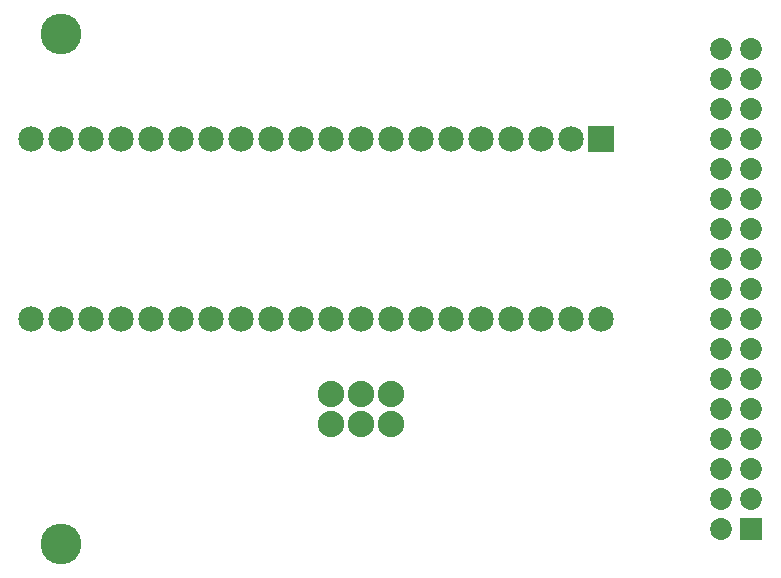
<source format=gts>
G04 MADE WITH FRITZING*
G04 WWW.FRITZING.ORG*
G04 DOUBLE SIDED*
G04 HOLES PLATED*
G04 CONTOUR ON CENTER OF CONTOUR VECTOR*
%ASAXBY*%
%FSLAX23Y23*%
%MOIN*%
%OFA0B0*%
%SFA1.0B1.0*%
%ADD10C,0.085000*%
%ADD11C,0.135984*%
%ADD12C,0.088000*%
%ADD13C,0.072992*%
%ADD14R,0.085000X0.085000*%
%ADD15R,0.072992X0.072992*%
%LNMASK1*%
G90*
G70*
G54D10*
X1998Y1552D03*
X1998Y952D03*
X1898Y1552D03*
X1898Y952D03*
X1798Y1552D03*
X1798Y952D03*
X1698Y1552D03*
X1698Y952D03*
X1598Y1552D03*
X1598Y952D03*
X1498Y1552D03*
X1498Y952D03*
X1398Y1552D03*
X1398Y952D03*
X1298Y1552D03*
X1298Y952D03*
X1198Y1552D03*
X1198Y952D03*
X1098Y1552D03*
X1098Y952D03*
X998Y1552D03*
X998Y952D03*
X898Y1552D03*
X898Y952D03*
X798Y1552D03*
X798Y952D03*
X698Y1552D03*
X698Y952D03*
X598Y1552D03*
X598Y952D03*
X498Y1552D03*
X498Y952D03*
X398Y1552D03*
X398Y952D03*
X298Y1552D03*
X298Y952D03*
X198Y1552D03*
X198Y952D03*
X98Y1552D03*
X98Y952D03*
G54D11*
X198Y1902D03*
X198Y202D03*
G54D12*
X1298Y601D03*
X1198Y601D03*
X1098Y601D03*
G54D13*
X2398Y252D03*
X2398Y352D03*
X2398Y452D03*
X2398Y552D03*
X2398Y652D03*
X2398Y752D03*
X2398Y852D03*
X2398Y952D03*
X2398Y1052D03*
X2398Y1152D03*
X2398Y1252D03*
X2398Y1352D03*
X2398Y1452D03*
X2398Y1552D03*
X2398Y1652D03*
X2398Y1752D03*
X2398Y1852D03*
X2498Y252D03*
X2498Y352D03*
X2498Y452D03*
X2498Y552D03*
X2498Y652D03*
X2498Y752D03*
X2498Y852D03*
X2498Y952D03*
X2498Y1052D03*
X2498Y1152D03*
X2498Y1252D03*
X2498Y1352D03*
X2498Y1452D03*
X2498Y1552D03*
X2498Y1652D03*
X2498Y1752D03*
X2498Y1852D03*
G54D12*
X1298Y701D03*
X1198Y701D03*
X1098Y701D03*
G54D14*
X1998Y1552D03*
G54D15*
X2498Y252D03*
G04 End of Mask1*
M02*
</source>
